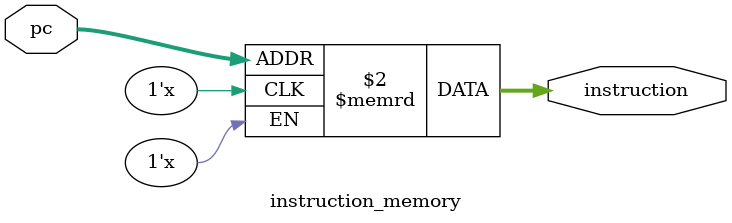
<source format=v>
`timescale 1ns / 1ps


module instruction_memory#(parameter W = 16)(
    input wire [W-1:0] pc,
    output reg [W-1:0] instruction);
    
    reg [15:0] rom_memory [15:0];
    
    initial begin
        /*aici se vor stoca codurile tutror instrctiunilor folosite*/
        /*rom_memory[0] = 16'b...;*/
    end
    
    always @(*) begin
        instruction = rom_memory[pc];
    end
    
endmodule

</source>
